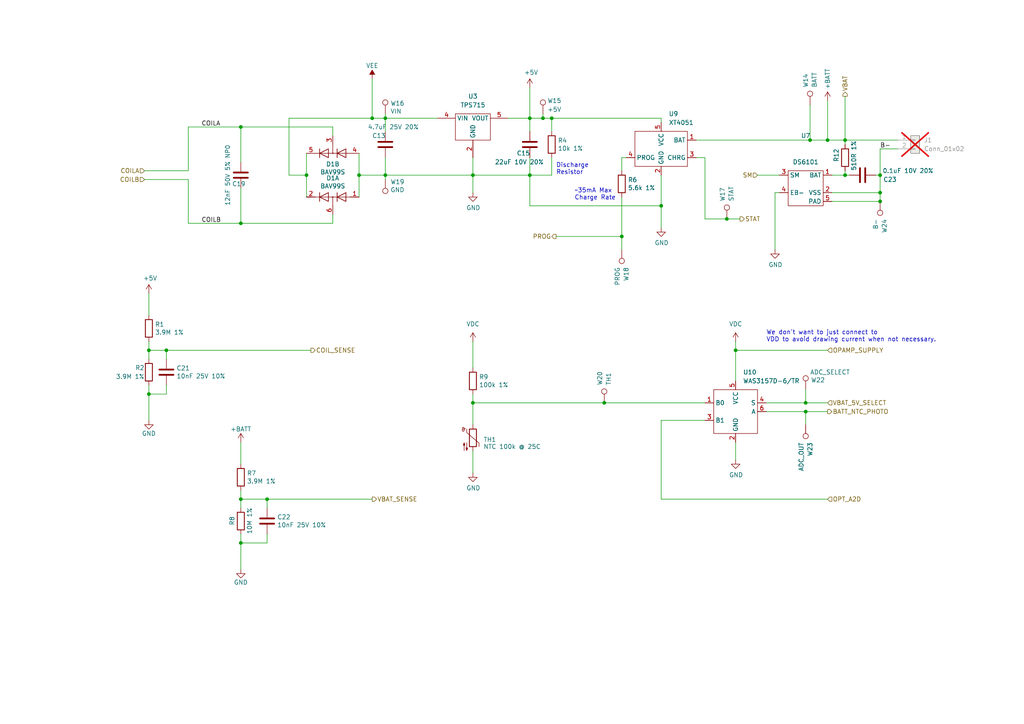
<source format=kicad_sch>
(kicad_sch (version 20250114) (generator "eeschema") (generator_version "9.0")
  (paper "A4")
  (title_block (title "Pixels D20 Schematic, Main") (date "2022-08-26") (rev "13") (company "Systemic Games, LLC") (comment 1 "Wireless Charging Circuitry"))
  (lib_symbols
    (symbol "Connector_Generic:Conn_01x02" (pin_names (offset 1.016) (hide yes))
      (property "Reference" "J" (at 0 2.54 0))
      (property "Value" "Conn_01x02" (at 0 -5.08 0))
      (symbol "Conn_01x02_1_1"
        (rectangle (start -1.27 1.27) (end 1.27 -3.81) (stroke (width 0.254)) (fill (type background)))
        (rectangle (start -1.27 0.127) (end 0 -0.127) (stroke (width 0.1524)))
        (rectangle (start -1.27 -2.413) (end 0 -2.667) (stroke (width 0.1524)))
        (pin passive line (at -5.08 0 0) (length 3.81) (name "Pin_1") (number "1"))
        (pin passive line (at -5.08 -2.54 0) (length 3.81) (name "Pin_2") (number "2"))
      )
    )
    (symbol "Device:C" (pin_numbers (hide yes)) (pin_names (offset 0.254))
      (property "Reference" "C" (at 0.635 2.54 0))
      (property "Value" "C" (at 0.635 -2.54 0))
      (symbol "C_0_1"
        (polyline (pts (xy -2.032 0.762) (xy 2.032 0.762)) (stroke (width 0.508)))
        (polyline (pts (xy -2.032 -0.762) (xy 2.032 -0.762)) (stroke (width 0.508)))
      )
      (symbol "C_1_1"
        (pin passive line (at 0 3.81 270) (length 2.794) (name "~") (number "1"))
        (pin passive line (at 0 -3.81 90) (length 2.794) (name "~") (number "2"))
      )
    )
    (symbol "Device:R" (pin_numbers (hide yes)) (pin_names (offset 0))
      (property "Reference" "R" (at 2.032 0 90))
      (property "Value" "R" (at 0 0 90))
      (symbol "R_0_1"
        (rectangle (start -1.016 -2.54) (end 1.016 2.54) (stroke (width 0.254)))
      )
      (symbol "R_1_1"
        (pin passive line (at 0 3.81 270) (length 1.27) (name "~") (number "1"))
        (pin passive line (at 0 -3.81 90) (length 1.27) (name "~") (number "2"))
      )
    )
    (symbol "Device:Thermistor_NTC" (pin_numbers (hide yes)) (pin_names (offset 0))
      (property "Reference" "TH" (at -4.445 0 90))
      (property "Value" "Thermistor_NTC" (at 3.175 0 90))
      (symbol "Thermistor_NTC_0_1"
        (arc (start -3.175 2.413) (mid -3.0506 2.3165) (end -3.048 2.159))
        (arc (start -3.048 2.794) (mid -2.9736 2.9736) (end -2.794 3.048))
        (arc (start -2.794 3.048) (mid -2.6144 2.9736) (end -2.54 2.794))
        (arc (start -2.794 2.54) (mid -2.9736 2.6144) (end -3.048 2.794))
        (arc (start -2.794 1.905) (mid -2.9736 1.9794) (end -3.048 2.159))
        (arc (start -2.54 2.159) (mid -2.6144 1.9794) (end -2.794 1.905))
        (arc (start -2.159 2.794) (mid -2.434 2.5608) (end -2.794 2.54))
        (polyline (pts (xy -2.54 2.159) (xy -2.54 2.794)))
        (polyline (pts (xy -2.54 -3.683) (xy -2.54 -1.397) (xy -2.794 -2.159) (xy -2.286 -2.159) (xy -2.54 -1.397) (xy -2.54 -1.651)) (fill (type outline)))
        (polyline (pts (xy -1.778 2.54) (xy -1.778 1.524) (xy 1.778 -1.524) (xy 1.778 -2.54)))
        (polyline (pts (xy -1.778 -1.397) (xy -1.778 -3.683) (xy -2.032 -2.921) (xy -1.524 -2.921) (xy -1.778 -3.683) (xy -1.778 -3.429)) (fill (type outline)))
        (rectangle (start -1.016 2.54) (end 1.016 -2.54) (stroke (width 0.254)))
      )
      (symbol "Thermistor_NTC_1_1"
        (pin passive line (at 0 3.81 270) (length 1.27) (name "~") (number "1"))
        (pin passive line (at 0 -3.81 90) (length 1.27) (name "~") (number "2"))
      )
    )
    (symbol "Pixels-dice:BAV99S-diode" (pin_names (offset 0.0254) (hide yes))
      (property "Reference" "D" (at 0 2.54 0))
      (property "Value" "BAV99S-diode" (at 0 5.08 0))
      (symbol "BAV99S-diode_0_1"
        (polyline (pts (xy -5.08 0) (xy 5.08 0)))
        (polyline (pts (xy -3.81 1.27) (xy -1.27 0) (xy -3.81 -1.27) (xy -3.81 1.27) (xy -3.81 1.27) (xy -3.81 1.27)) (stroke (width 0.2032)))
        (polyline (pts (xy -1.27 -1.27) (xy -1.27 1.27) (xy -1.27 1.27)) (stroke (width 0.2032)))
        (polyline (pts (xy 0 0) (xy 0 -2.54)))
        (circle (center 0 0) (radius 0.127))
        (polyline (pts (xy 1.27 1.27) (xy 3.81 0) (xy 1.27 -1.27) (xy 1.27 1.27) (xy 1.27 1.27) (xy 1.27 1.27)) (stroke (width 0.2032)))
        (polyline (pts (xy 3.81 1.27) (xy 3.81 -1.27) (xy 3.81 -1.27)) (stroke (width 0.2032)))
      )
      (symbol "BAV99S-diode_1_1"
        (polyline (pts (xy 6.35 0) (xy 7.62 0)))
        (pin passive line (at -7.62 0 0) (length 2.54) (name "A1") (number "1"))
        (pin passive line (at 0 -5.08 90) (length 2.54) (name "K3A4") (number "6"))
        (pin passive line (at 7.62 0 180) (length 2.54) (name "K2") (number "2"))
      )
      (symbol "BAV99S-diode_2_1"
        (polyline (pts (xy 6.35 0) (xy 7.62 0)))
        (pin passive line (at -7.62 0 0) (length 2.54) (name "A3") (number "4"))
        (pin passive line (at 0 -5.08 90) (length 2.54) (name "K1A2") (number "3"))
        (pin passive line (at 7.62 0 180) (length 2.54) (name "K4") (number "5"))
      )
    )
    (symbol "Pixels-dice:DS6101"
      (property "Reference" "U" (at 3.556 -6.35 0))
      (property "Value" "DS6101" (at 0 0 0))
      (symbol "DS6101_0_1"
        (rectangle (start -5.08 5.08) (end 5.08 -5.08))
      )
      (symbol "DS6101_1_1"
        (pin input line (at -7.62 3.81 0) (length 2.54) (name "SM") (number "3"))
        (pin input line (at -7.62 -1.27 0) (length 2.54) (name "EB-") (number "4"))
        (pin power_in line (at 7.62 3.81 180) (length 2.54) (name "BAT") (number "1"))
        (pin power_in line (at 7.62 -1.27 180) (length 2.54) (name "VSS") (number "2"))
        (pin free line (at 7.62 -3.81 180) (length 2.54) (name "PAD") (number "5"))
      )
    )
    (symbol "Pixels-dice:TEST_1P-conn" (pin_numbers (hide yes)) (pin_names (offset 0.762) (hide yes))
      (property "Reference" "W" (at 0 6.858 0))
      (property "Value" "TEST_1P-conn" (at 0 5.08 0))
      (symbol "TEST_1P-conn_0_1"
        (circle (center 0 3.302) (radius 0.762))
      )
      (symbol "TEST_1P-conn_1_1"
        (pin passive line (at 0 0 90) (length 2.54) (name "1") (number "1"))
      )
    )
    (symbol "Pixels-dice:TPS715"
      (property "Reference" "U" (at 3.048 -5.08 0))
      (property "Value" "TPS715" (at -0.254 5.08 0))
      (symbol "TPS715_0_1"
        (rectangle (start -5.08 3.81) (end 5.08 -3.81))
      )
      (symbol "TPS715_1_1"
        (pin power_in line (at -10.16 2.54 0) (length 5.08) (name "VIN") (number "4"))
        (pin power_in line (at 0 -8.89 90) (length 5.08) (name "GND") (number "2"))
        (pin power_out line (at 10.16 2.54 180) (length 5.08) (name "VOUT") (number "5"))
      )
    )
    (symbol "Pixels-dice:WAS3157D-6/TR"
      (property "Reference" "U" (at 3.81 -7.874 0))
      (property "Value" "WAS3157D-6/TR" (at 12.954 7.62 0))
      (symbol "WAS3157D-6/TR_0_1"
        (rectangle (start -6.35 6.35) (end 6.35 -6.35))
      )
      (symbol "WAS3157D-6/TR_1_1"
        (pin bidirectional line (at -8.89 2.54 0) (length 2.54) (name "B0") (number "1"))
        (pin bidirectional line (at -8.89 -2.54 0) (length 2.54) (name "B1") (number "3"))
        (pin power_in line (at 0 8.89 270) (length 2.54) (name "VCC") (number "5"))
        (pin power_in line (at 0 -8.89 90) (length 2.54) (name "GND") (number "2"))
        (pin input line (at 8.89 2.54 180) (length 2.54) (name "S") (number "4"))
        (pin bidirectional line (at 8.89 0 180) (length 2.54) (name "A") (number "6"))
      )
    )
    (symbol "Pixels-dice:XT4051"
      (property "Reference" "U" (at 5.334 -6.35 0))
      (property "Value" "XT4051" (at 0 1.27 0))
      (symbol "XT4051_0_1"
        (rectangle (start -7.62 5.08) (end 7.62 -5.08))
      )
      (symbol "XT4051_1_1"
        (pin input line (at -10.16 -2.54 0) (length 2.54) (name "PROG") (number "4"))
        (pin power_in line (at 0 7.62 270) (length 2.54) (name "VCC") (number "5"))
        (pin power_in line (at 0 -7.62 90) (length 2.54) (name "GND") (number "2"))
        (pin power_out line (at 10.16 2.54 180) (length 2.54) (name "BAT") (number "1"))
        (pin output line (at 10.16 -2.54 180) (length 2.54) (name "CHRG") (number "3"))
      )
    )
    (symbol "power:+5V" (power) (pin_names (offset 0))
      (property "Value" "+5V" (at 0 3.556 0))
      (symbol "+5V_0_1"
        (polyline (pts (xy -0.762 1.27) (xy 0 2.54)))
        (polyline (pts (xy 0 2.54) (xy 0.762 1.27)))
        (polyline (pts (xy 0 0) (xy 0 2.54)))
      )
      (symbol "+5V_1_1"
        (pin power_in line (at 0 0 90) (length 0) (hide yes) (name "+5V") (number "1"))
      )
    )
    (symbol "power:+BATT" (power) (pin_names (offset 0))
      (property "Value" "+BATT" (at 0 3.556 0))
      (symbol "+BATT_0_1"
        (polyline (pts (xy -0.762 1.27) (xy 0 2.54)))
        (polyline (pts (xy 0 2.54) (xy 0.762 1.27)))
        (polyline (pts (xy 0 0) (xy 0 2.54)))
      )
      (symbol "+BATT_1_1"
        (pin power_in line (at 0 0 90) (length 0) (hide yes) (name "+BATT") (number "1"))
      )
    )
    (symbol "power:GND" (power) (pin_names (offset 0))
      (property "Value" "GND" (at 0 -3.81 0))
      (symbol "GND_0_1"
        (polyline (pts (xy 0 0) (xy 0 -1.27) (xy 1.27 -1.27) (xy 0 -2.54) (xy -1.27 -1.27) (xy 0 -1.27)))
      )
      (symbol "GND_1_1"
        (pin power_in line (at 0 0 270) (length 0) (hide yes) (name "GND") (number "1"))
      )
    )
    (symbol "power:VDC" (power) (pin_numbers (hide yes)) (pin_names (offset 0) (hide yes))
      (property "Value" "VDC" (at 0 3.556 0))
      (symbol "VDC_0_1"
        (polyline (pts (xy -0.762 1.27) (xy 0 2.54)))
        (polyline (pts (xy 0 2.54) (xy 0.762 1.27)))
        (polyline (pts (xy 0 0) (xy 0 2.54)))
      )
      (symbol "VDC_1_1"
        (pin power_in line (at 0 0 90) (length 0) (name "~") (number "1"))
      )
    )
    (symbol "power:VEE" (power) (pin_names (offset 0))
      (property "Value" "VEE" (at 0 3.81 0))
      (symbol "VEE_0_1"
        (polyline (pts (xy 0 0) (xy 0 2.54)))
        (polyline (pts (xy 0.762 1.27) (xy -0.762 1.27) (xy 0 2.54) (xy 0.762 1.27)) (fill (type outline)))
      )
      (symbol "VEE_1_1"
        (pin power_in line (at 0 0 90) (length 0) (hide yes) (name "VEE") (number "1"))
      )
    )
  )
  (text "We don't want to just connect to\nVDD to avoid drawing current when not necessary." (at 222.25 99.314 0) (effects (font (size 1.27 1.27)) (justify left bottom)))
  (text "~35mA Max\nCharge Rate" (at 166.624 58.166 0) (effects (font (size 1.27 1.27)) (justify left bottom)))
  (text "Discharge\nResistor" (at 161.29 50.8 0) (effects (font (size 1.27 1.27)) (justify left bottom)))
  (junction (at 88.9 50.8))
  (junction (at 245.11 40.64))
  (junction (at 255.27 50.8))
  (junction (at 43.18 101.6))
  (junction (at 43.18 114.3))
  (junction (at 191.77 59.69))
  (junction (at 255.27 58.42))
  (junction (at 77.47 144.78))
  (junction (at 160.02 34.29))
  (junction (at 153.67 50.8))
  (junction (at 240.03 40.64))
  (junction (at 137.16 50.8))
  (junction (at 111.76 50.8))
  (junction (at 69.85 36.83))
  (junction (at 137.16 116.84))
  (junction (at 175.26 116.84))
  (junction (at 111.76 34.29))
  (junction (at 255.27 55.88))
  (junction (at 233.68 119.38))
  (junction (at 233.68 116.84))
  (junction (at 69.85 157.48))
  (junction (at 48.26 101.6))
  (junction (at 234.95 40.64))
  (junction (at 153.67 34.29))
  (junction (at 69.85 64.77))
  (junction (at 213.36 101.6))
  (junction (at 157.48 34.29))
  (junction (at 245.11 50.8))
  (junction (at 69.85 144.78))
  (junction (at 104.14 50.8))
  (junction (at 210.82 63.5))
  (junction (at 107.95 34.29))
  (junction (at 180.34 68.58))
  (wire (pts (xy 245.11 40.64) (xy 245.11 41.91)))
  (wire (pts (xy 160.02 45.72) (xy 160.02 50.8)))
  (wire (pts (xy 180.34 57.15) (xy 180.34 68.58)))
  (wire (pts (xy 153.67 59.69) (xy 191.77 59.69)))
  (wire (pts (xy 245.11 50.8) (xy 241.3 50.8)))
  (wire (pts (xy 213.36 101.6) (xy 213.36 110.49)))
  (wire (pts (xy 233.68 119.38) (xy 240.03 119.38)))
  (wire (pts (xy 69.85 64.77) (xy 54.61 64.77)))
  (wire (pts (xy 234.95 40.64) (xy 240.03 40.64)))
  (wire (pts (xy 77.47 157.48) (xy 69.85 157.48)))
  (wire (pts (xy 43.18 111.76) (xy 43.18 114.3)))
  (wire (pts (xy 191.77 144.78) (xy 240.03 144.78)))
  (wire (pts (xy 153.67 50.8) (xy 153.67 59.69)))
  (wire (pts (xy 222.25 116.84) (xy 233.68 116.84)))
  (wire (pts (xy 255.27 43.18) (xy 260.35 43.18)))
  (wire (pts (xy 111.76 34.29) (xy 127 34.29)))
  (wire (pts (xy 147.32 34.29) (xy 153.67 34.29)))
  (wire (pts (xy 157.48 33.02) (xy 157.48 34.29)))
  (wire (pts (xy 204.47 63.5) (xy 210.82 63.5)))
  (wire (pts (xy 43.18 91.44) (xy 43.18 85.09)))
  (wire (pts (xy 69.85 36.83) (xy 54.61 36.83)))
  (wire (pts (xy 160.02 34.29) (xy 160.02 38.1)))
  (wire (pts (xy 245.11 27.94) (xy 245.11 40.64)))
  (wire (pts (xy 153.67 25.4) (xy 153.67 34.29)))
  (wire (pts (xy 245.11 40.64) (xy 240.03 40.64)))
  (wire (pts (xy 54.61 64.77) (xy 54.61 52.07)))
  (wire (pts (xy 88.9 44.45) (xy 88.9 50.8)))
  (wire (pts (xy 153.67 50.8) (xy 153.67 45.72)))
  (wire (pts (xy 254 50.8) (xy 255.27 50.8)))
  (wire (pts (xy 160.02 34.29) (xy 191.77 34.29)))
  (wire (pts (xy 234.95 30.48) (xy 234.95 40.64)))
  (wire (pts (xy 204.47 45.72) (xy 204.47 63.5)))
  (wire (pts (xy 43.18 99.06) (xy 43.18 101.6)))
  (wire (pts (xy 54.61 49.53) (xy 41.91 49.53)))
  (wire (pts (xy 43.18 114.3) (xy 43.18 121.92)))
  (wire (pts (xy 43.18 104.14) (xy 43.18 101.6)))
  (wire (pts (xy 137.16 99.06) (xy 137.16 106.68)))
  (wire (pts (xy 54.61 36.83) (xy 54.61 49.53)))
  (wire (pts (xy 88.9 50.8) (xy 88.9 57.15)))
  (wire (pts (xy 157.48 34.29) (xy 160.02 34.29)))
  (wire (pts (xy 104.14 44.45) (xy 104.14 50.8)))
  (wire (pts (xy 137.16 50.8) (xy 153.67 50.8)))
  (wire (pts (xy 255.27 55.88) (xy 241.3 55.88)))
  (wire (pts (xy 104.14 50.8) (xy 104.14 57.15)))
  (wire (pts (xy 111.76 33.02) (xy 111.76 34.29)))
  (wire (pts (xy 77.47 144.78) (xy 69.85 144.78)))
  (wire (pts (xy 240.03 101.6) (xy 213.36 101.6)))
  (wire (pts (xy 77.47 154.94) (xy 77.47 157.48)))
  (wire (pts (xy 48.26 111.76) (xy 48.26 114.3)))
  (wire (pts (xy 137.16 116.84) (xy 175.26 116.84)))
  (wire (pts (xy 222.25 119.38) (xy 233.68 119.38)))
  (wire (pts (xy 233.68 119.38) (xy 233.68 123.19)))
  (wire (pts (xy 43.18 101.6) (xy 48.26 101.6)))
  (wire (pts (xy 137.16 114.3) (xy 137.16 116.84)))
  (wire (pts (xy 245.11 50.8) (xy 246.38 50.8)))
  (wire (pts (xy 96.52 62.23) (xy 96.52 64.77)))
  (wire (pts (xy 111.76 34.29) (xy 111.76 38.1)))
  (wire (pts (xy 137.16 50.8) (xy 137.16 55.88)))
  (wire (pts (xy 204.47 45.72) (xy 201.93 45.72)))
  (wire (pts (xy 233.68 116.84) (xy 240.03 116.84)))
  (wire (pts (xy 137.16 130.81) (xy 137.16 137.16)))
  (wire (pts (xy 213.36 99.06) (xy 213.36 101.6)))
  (wire (pts (xy 69.85 144.78) (xy 69.85 147.32)))
  (wire (pts (xy 69.85 128.27) (xy 69.85 134.62)))
  (wire (pts (xy 69.85 154.94) (xy 69.85 157.48)))
  (wire (pts (xy 77.47 144.78) (xy 107.95 144.78)))
  (wire (pts (xy 175.26 116.84) (xy 204.47 116.84)))
  (wire (pts (xy 240.03 29.21) (xy 240.03 40.64)))
  (wire (pts (xy 48.26 101.6) (xy 90.17 101.6)))
  (wire (pts (xy 69.85 54.61) (xy 69.85 64.77)))
  (wire (pts (xy 111.76 50.8) (xy 104.14 50.8)))
  (wire (pts (xy 241.3 58.42) (xy 255.27 58.42)))
  (wire (pts (xy 191.77 35.56) (xy 191.77 34.29)))
  (wire (pts (xy 48.26 104.14) (xy 48.26 101.6)))
  (wire (pts (xy 191.77 50.8) (xy 191.77 59.69)))
  (wire (pts (xy 161.29 68.58) (xy 180.34 68.58)))
  (wire (pts (xy 213.36 128.27) (xy 213.36 133.35)))
  (wire (pts (xy 233.68 113.03) (xy 233.68 116.84)))
  (wire (pts (xy 224.79 55.88) (xy 224.79 72.39)))
  (wire (pts (xy 210.82 63.5) (xy 214.63 63.5)))
  (wire (pts (xy 153.67 34.29) (xy 153.67 38.1)))
  (wire (pts (xy 83.82 34.29) (xy 107.95 34.29)))
  (wire (pts (xy 137.16 45.72) (xy 137.16 50.8)))
  (wire (pts (xy 54.61 52.07) (xy 41.91 52.07)))
  (wire (pts (xy 69.85 36.83) (xy 96.52 36.83)))
  (wire (pts (xy 88.9 50.8) (xy 83.82 50.8)))
  (wire (pts (xy 77.47 144.78) (xy 77.47 147.32)))
  (wire (pts (xy 48.26 114.3) (xy 43.18 114.3)))
  (wire (pts (xy 219.71 50.8) (xy 226.06 50.8)))
  (wire (pts (xy 181.61 45.72) (xy 180.34 45.72)))
  (wire (pts (xy 111.76 52.07) (xy 111.76 50.8)))
  (wire (pts (xy 160.02 50.8) (xy 153.67 50.8)))
  (wire (pts (xy 69.85 142.24) (xy 69.85 144.78)))
  (wire (pts (xy 255.27 58.42) (xy 255.27 55.88)))
  (wire (pts (xy 153.67 34.29) (xy 157.48 34.29)))
  (wire (pts (xy 245.11 40.64) (xy 260.35 40.64)))
  (wire (pts (xy 191.77 144.78) (xy 191.77 121.92)))
  (wire (pts (xy 201.93 40.64) (xy 234.95 40.64)))
  (wire (pts (xy 83.82 50.8) (xy 83.82 34.29)))
  (wire (pts (xy 69.85 157.48) (xy 69.85 165.1)))
  (wire (pts (xy 107.95 22.86) (xy 107.95 34.29)))
  (wire (pts (xy 111.76 45.72) (xy 111.76 50.8)))
  (wire (pts (xy 191.77 121.92) (xy 204.47 121.92)))
  (wire (pts (xy 111.76 50.8) (xy 137.16 50.8)))
  (wire (pts (xy 96.52 39.37) (xy 96.52 36.83)))
  (wire (pts (xy 180.34 45.72) (xy 180.34 49.53)))
  (wire (pts (xy 180.34 68.58) (xy 180.34 72.39)))
  (wire (pts (xy 69.85 46.99) (xy 69.85 36.83)))
  (wire (pts (xy 191.77 59.69) (xy 191.77 66.04)))
  (wire (pts (xy 224.79 55.88) (xy 226.06 55.88)))
  (wire (pts (xy 245.11 49.53) (xy 245.11 50.8)))
  (wire (pts (xy 255.27 50.8) (xy 255.27 55.88)))
  (wire (pts (xy 255.27 43.18) (xy 255.27 50.8)))
  (wire (pts (xy 107.95 34.29) (xy 111.76 34.29)))
  (wire (pts (xy 137.16 116.84) (xy 137.16 123.19)))
  (wire (pts (xy 69.85 64.77) (xy 96.52 64.77)))
  (label "COILB" (at 58.42 64.77 0))
  (label "COILA" (at 58.42 36.83 0))
  (label "B-" (at 255.27 43.18 0))
  (hierarchical_label "PROG" (shape output) (at 161.29 68.58 180))
  (hierarchical_label "COILA" (shape input) (at 41.91 49.53 180))
  (hierarchical_label "VBAT_5V_SELECT" (shape input) (at 240.03 116.84 0))
  (hierarchical_label "VBAT" (shape output) (at 245.11 27.94 90))
  (hierarchical_label "OPT_A2D" (shape input) (at 240.03 144.78 0))
  (hierarchical_label "SM" (shape input) (at 219.71 50.8 180))
  (hierarchical_label "VBAT_SENSE" (shape output) (at 107.95 144.78 0))
  (hierarchical_label "COIL_SENSE" (shape output) (at 90.17 101.6 0))
  (hierarchical_label "STAT" (shape output) (at 214.63 63.5 0))
  (hierarchical_label "COILB" (shape input) (at 41.91 52.07 180))
  (hierarchical_label "BATT_NTC_PHOTO" (shape output) (at 240.03 119.38 0))
  (hierarchical_label "OPAMP_SUPPLY" (shape input) (at 240.03 101.6 0))
  (symbol (lib_id "power:GND") (at 224.79 72.39 0) (unit 1)
    (property "Reference" "#PWR052" (effects (hide yes)))
    (property "Value" "GND" (at 224.917 76.7842 0))
  )
  (symbol (lib_id "Pixels-dice:TPS715") (at 137.16 36.83 0) (unit 1)
    (property "Reference" "U3" (at 137.16 27.94 0))
    (property "Value" "TPS715" (at 137.16 30.48 0))
    (property "Footprint" "Package_TO_SOT_SMD:SOT-353_SC-70-5" (effects (hide yes)))
    (property "LCSC Part Number" "C7202975" (effects (hide yes)))
    (property "Manufacturer" "TECH PUBLIC" (effects (hide yes)))
    (property "Part Number" "TPS71550DCKR-TP" (effects (hide yes)))
    (property "Alternate Manufacturer" "Texas Instruments" (effects (hide yes)))
    (property "Alternate PN" "TPS71550DCKR" (effects (hide yes)))
    (property "JLCPCB Part Number" "C571193" (effects (hide yes)))
  )
  (symbol (lib_id "Pixels-dice:TEST_1P-conn") (at 233.68 123.19 180) (unit 1) (in_bom no)
    (property "Reference" "W23" (at 234.95 128.27 90) (effects (justify left)))
    (property "Value" "ADC_OUT" (at 232.41 128.27 90) (effects (justify left)))
    (property "Footprint" "Pixels-dice:TEST_PIN" (effects (hide yes)))
    (property "Generic OK" "N/A" (effects (hide yes)))
  )
  (symbol (lib_id "Device:C") (at 111.76 41.91 0) (unit 1)
    (property "Reference" "C13" (at 107.95 39.37 0) (effects (justify left)))
    (property "Value" "4.7uF 25V 20%" (at 106.68 36.83 0) (effects (justify left)))
    (property "Footprint" "Capacitor_SMD:C_0402_1005Metric" (effects (hide yes)))
    (property "Generic OK" "YES" (effects (hide yes)))
    (property "Manufacturer" "HRE" (effects (hide yes)))
    (property "LCSC Part Number" "C6119795" (effects (hide yes)))
    (property "Part Number" "CGA0402X5R475M250GT" (effects (hide yes)))
  )
  (symbol (lib_id "Device:R") (at 137.16 110.49 0) (unit 1)
    (property "Reference" "R9" (at 138.938 109.3216 0) (effects (justify left)))
    (property "Value" "100k 1%" (at 138.938 111.633 0) (effects (justify left)))
    (property "Footprint" "Resistor_SMD:R_0201_0603Metric" (effects (hide yes)))
    (property "Generic OK" "YES" (effects (hide yes)))
    (property "Manufacturer" "UNI-ROYAL(Uniroyal Elec)" (effects (hide yes)))
    (property "LCSC Part Number" "C270364" (effects (hide yes)))
    (property "Part Number" "0201WMF1003TEE" (effects (hide yes)))
  )
  (symbol (lib_id "Pixels-dice:TEST_1P-conn") (at 111.76 33.02 0) (unit 1) (in_bom no)
    (property "Reference" "W16" (at 113.2332 29.972 0) (effects (justify left)))
    (property "Value" "VIN" (at 113.2332 32.2834 0) (effects (justify left)))
    (property "Footprint" "Pixels-dice:TEST_PIN" (effects (hide yes)))
    (property "Generic OK" "N/A" (effects (hide yes)))
  )
  (symbol (lib_id "Device:R") (at 160.02 41.91 0) (unit 1)
    (property "Reference" "R4" (at 161.798 40.7416 0) (effects (justify left)))
    (property "Value" "10k 1%" (at 161.798 43.053 0) (effects (justify left)))
    (property "Footprint" "Resistor_SMD:R_0201_0603Metric" (effects (hide yes)))
    (property "Generic OK" "YES" (effects (hide yes)))
    (property "Manufacturer" "UNI-ROYAL(Uniroyal Elec)" (effects (hide yes)))
    (property "LCSC Part Number" "C473048" (effects (hide yes)))
    (property "Part Number" "0201WMF1002TEE" (effects (hide yes)))
  )
  (symbol (lib_id "Device:Thermistor_NTC") (at 137.16 127 0) (unit 1)
    (property "Reference" "TH1" (at 140.208 127.508 0) (effects (justify left)))
    (property "Value" "NTC 100k @ 25C" (at 140.208 129.54 0) (effects (justify left)))
    (property "Footprint" "Pixels-dice:R_0402_1005Metric" (effects (hide yes)))
    (property "Generic OK" "NO" (effects (hide yes)))
    (property "Manufacturer" "TDK" (effects (hide yes)))
    (property "LCSC Part Number" "C107344" (effects (hide yes)))
    (property "Part Number" "NTCG104EF104FT1X" (effects (hide yes)))
  )
  (symbol (lib_id "power:VEE") (at 107.95 22.86 0) (unit 1)
    (property "Reference" "#PWR032" (effects (hide yes)))
    (property "Value" "VEE" (at 107.95 19.05 0))
  )
  (symbol (lib_id "power:+5V") (at 43.18 85.09 0) (unit 1)
    (property "Reference" "#PWR057" (effects (hide yes)))
    (property "Value" "+5V" (at 43.561 80.6958 0))
  )
  (symbol (lib_id "Device:C") (at 69.85 50.8 0) (unit 1)
    (property "Reference" "C19" (at 67.31 53.34 0) (effects (justify left)))
    (property "Value" "12nF 50V 5% NP0" (at 66.04 59.69 90) (effects (justify left)))
    (property "Footprint" "Capacitor_SMD:C_0805_2012Metric" (effects (hide yes)))
    (property "Generic OK" "NO" (effects (hide yes)))
    (property "Manufacturer" "Murata" (effects (hide yes)))
    (property "LCSC Part Number" "C97906" (effects (hide yes)))
    (property "Part Number" "GRM2195C1H123JA01D" (effects (hide yes)))
  )
  (symbol (lib_id "Device:C") (at 250.19 50.8 90) (unit 1)
    (property "Reference" "C23" (at 260.096 52.07 90) (effects (justify left)))
    (property "Value" "0.1uF 10V 20%" (at 270.764 49.53 90) (effects (justify left)))
    (property "Footprint" "Capacitor_SMD:C_0201_0603Metric" (effects (hide yes)))
    (property "Generic OK" "YES" (effects (hide yes)))
    (property "Manufacturer" "HRE" (effects (hide yes)))
    (property "LCSC Part Number" "C6119757" (effects (hide yes)))
    (property "Part Number" "CGA0201X5R104K100ET" (effects (hide yes)))
  )
  (symbol (lib_id "Device:R") (at 180.34 53.34 0) (unit 1)
    (property "Reference" "R6" (at 182.118 52.1716 0) (effects (justify left)))
    (property "Value" "5.6k 1%" (at 182.118 54.483 0) (effects (justify left)))
    (property "Footprint" "Resistor_SMD:R_0201_0603Metric" (effects (hide yes)))
    (property "Generic OK" "YES" (effects (hide yes)))
    (property "Manufacturer" "UNI-ROYAL(Uniroyal Elec)" (effects (hide yes)))
    (property "LCSC Part Number" "C965305" (effects (hide yes)))
    (property "Part Number" "NQ01WMJ0562TEE" (effects (hide yes)))
  )
  (symbol (lib_id "Pixels-dice:TEST_1P-conn") (at 255.27 58.42 180) (unit 1) (in_bom no)
    (property "Reference" "W24" (at 256.54 63.5 90) (effects (justify left)))
    (property "Value" "B-" (at 254 63.5 90) (effects (justify left)))
    (property "Footprint" "Pixels-dice:TEST_PIN" (effects (hide yes)))
    (property "Generic OK" "N/A" (effects (hide yes)))
  )
  (symbol (lib_id "Device:R") (at 69.85 138.43 0) (unit 1)
    (property "Reference" "R7" (at 71.628 137.2616 0) (effects (justify left)))
    (property "Value" "3.9M 1%" (at 71.628 139.573 0) (effects (justify left)))
    (property "Footprint" "Resistor_SMD:R_0201_0603Metric" (effects (hide yes)))
    (property "Generic OK" "YES" (effects (hide yes)))
    (property "Manufacturer" "UNI-ROYAL(Uniroyal Elec)" (effects (hide yes)))
    (property "LCSC Part Number" "C423545" (effects (hide yes)))
    (property "Part Number" "0201WMF3904TEE" (effects (hide yes)))
    (property "Alternate Manufacturer" "RALEC" (effects (hide yes)))
    (property "Alternate PN" "RTT013904FTH" (effects (hide yes)))
    (property "JLCPCB Part Number" "C166210" (effects (hide yes)))
  )
  (symbol (lib_id "power:+BATT") (at 69.85 128.27 0) (unit 1)
    (property "Reference" "#PWR058" (effects (hide yes)))
    (property "Value" "+BATT" (at 69.85 124.46 0))
  )
  (symbol (lib_id "Device:R") (at 69.85 151.13 0) (unit 1)
    (property "Reference" "R8" (at 67.31 152.4 90) (effects (justify left)))
    (property "Value" "10M 1%" (at 72.39 154.94 90) (effects (justify left)))
    (property "Footprint" "Resistor_SMD:R_0201_0603Metric" (effects (hide yes)))
    (property "Generic OK" "YES" (effects (hide yes)))
    (property "Manufacturer" "UNI-ROYAL(Uniroyal Elec)" (effects (hide yes)))
    (property "LCSC Part Number" "C423797" (effects (hide yes)))
    (property "Part Number" "0201WMF1005TEE" (effects (hide yes)))
  )
  (symbol (lib_id "power:VDC") (at 213.36 99.06 0) (unit 1)
    (property "Reference" "#PWR013" (effects (hide yes)))
    (property "Value" "VDC" (at 213.36 93.98 0))
    (property "Description" "Power symbol creates a global label with name \"VDC\"" (effects (hide yes)))
  )
  (symbol (lib_id "Device:R") (at 43.18 95.25 0) (unit 1)
    (property "Reference" "R1" (at 44.958 94.0816 0) (effects (justify left)))
    (property "Value" "3.9M 1%" (at 44.958 96.393 0) (effects (justify left)))
    (property "Footprint" "Resistor_SMD:R_0201_0603Metric" (effects (hide yes)))
    (property "Generic OK" "YES" (effects (hide yes)))
    (property "Manufacturer" "UNI-ROYAL(Uniroyal Elec)" (effects (hide yes)))
    (property "LCSC Part Number" "C423545" (effects (hide yes)))
    (property "Part Number" "0201WMF3904TEE" (effects (hide yes)))
    (property "Alternate Manufacturer" "RALEC" (effects (hide yes)))
    (property "Alternate PN" "RTT013904FTH" (effects (hide yes)))
    (property "JLCPCB Part Number" "C166210" (effects (hide yes)))
  )
  (symbol (lib_id "Device:R") (at 43.18 107.95 180) (unit 1)
    (property "Reference" "R2" (at 41.91 106.68 0) (effects (justify left)))
    (property "Value" "3.9M 1%" (at 41.91 109.22 0) (effects (justify left)))
    (property "Footprint" "Resistor_SMD:R_0201_0603Metric" (effects (hide yes)))
    (property "Generic OK" "YES" (effects (hide yes)))
    (property "Manufacturer" "UNI-ROYAL(Uniroyal Elec)" (effects (hide yes)))
    (property "LCSC Part Number" "C423545" (effects (hide yes)))
    (property "Part Number" "0201WMF3904TEE" (effects (hide yes)))
    (property "Alternate Manufacturer" "RALEC" (effects (hide yes)))
    (property "Alternate PN" "RTT013904FTH" (effects (hide yes)))
    (property "JLCPCB Part Number" "C166210" (effects (hide yes)))
  )
  (symbol (lib_id "power:GND") (at 69.85 165.1 0) (unit 1)
    (property "Reference" "#PWR060" (effects (hide yes)))
    (property "Value" "GND" (at 69.85 168.91 0))
  )
  (symbol (lib_id "power:+5V") (at 153.67 25.4 0) (unit 1)
    (property "Reference" "#PWR040" (effects (hide yes)))
    (property "Value" "+5V" (at 154.051 21.0058 0))
  )
  (symbol (lib_id "Device:C") (at 77.47 151.13 0) (unit 1)
    (property "Reference" "C22" (at 80.391 149.9616 0) (effects (justify left)))
    (property "Value" "10nF 25V 10%" (at 80.391 152.273 0) (effects (justify left)))
    (property "Footprint" "Capacitor_SMD:C_0201_0603Metric" (effects (hide yes)))
    (property "Generic OK" "YES" (effects (hide yes)))
    (property "Manufacturer" "HRE" (effects (hide yes)))
    (property "LCSC Part Number" "C7503521" (effects (hide yes)))
    (property "Part Number" "CGA0201X5R103K250ET" (effects (hide yes)))
    (property "Alternate Manufacturer" "Murata Electronics" (effects (hide yes)))
    (property "Alternate PN" "GRM033R71A103KA01D" (effects (hide yes)))
    (property "JLCPCB Part Number" "C76941" (effects (hide yes)))
  )
  (symbol (lib_id "Pixels-dice:TEST_1P-conn") (at 210.82 63.5 0) (unit 1) (in_bom no)
    (property "Reference" "W17" (at 209.55 58.42 90) (effects (justify left)))
    (property "Value" "STAT" (at 212.09 58.42 90) (effects (justify left)))
    (property "Footprint" "Pixels-dice:TEST_PIN" (effects (hide yes)))
    (property "Generic OK" "N/A" (effects (hide yes)))
  )
  (symbol (lib_id "Pixels-dice:TEST_1P-conn") (at 233.68 113.03 0) (unit 1) (in_bom no)
    (property "Reference" "W22" (at 235.204 110.236 0) (effects (justify left)))
    (property "Value" "ADC_SELECT" (at 234.95 107.95 0) (effects (justify left)))
    (property "Footprint" "Pixels-dice:TEST_PIN" (effects (hide yes)))
    (property "Generic OK" "N/A" (effects (hide yes)))
  )
  (symbol (lib_id "Device:R") (at 245.11 45.72 0) (unit 1)
    (property "Reference" "R12" (at 242.57 46.99 90) (effects (justify left)))
    (property "Value" "510R 1%" (at 247.65 49.53 90) (effects (justify left)))
    (property "Footprint" "Resistor_SMD:R_0201_0603Metric" (effects (hide yes)))
    (property "Generic OK" "YES" (effects (hide yes)))
    (property "Manufacturer" "UNI-ROYAL(Uniroyal Elec)" (effects (hide yes)))
    (property "LCSC Part Number" "C965307" (effects (hide yes)))
    (property "Part Number" "NQ01WMJ0511TEE" (effects (hide yes)))
  )
  (symbol (lib_id "power:GND") (at 191.77 66.04 0) (unit 1)
    (property "Reference" "#PWR051" (effects (hide yes)))
    (property "Value" "GND" (at 191.897 70.4342 0))
  )
  (symbol (lib_id "power:GND") (at 137.16 55.88 0) (unit 1)
    (property "Reference" "#PWR050" (effects (hide yes)))
    (property "Value" "GND" (at 137.287 60.2742 0))
  )
  (symbol (lib_id "power:+BATT") (at 240.03 29.21 0) (unit 1)
    (property "Reference" "#PWR041" (effects (hide yes)))
    (property "Value" "+BATT" (at 240.03 22.86 90))
  )
  (symbol (lib_id "Pixels-dice:WAS3157D-6/TR") (at 213.36 119.38 0) (unit 1)
    (property "Reference" "U10" (at 215.5033 107.95 0) (effects (justify left)))
    (property "Value" "WAS3157D-6/TR" (at 215.5033 110.49 0) (effects (justify left)))
    (property "Footprint" "Pixels-dice:DFN1109-6" (effects (hide yes)))
    (property "LCSC Part Number" "C2939860" (effects (hide yes)))
    (property "Manufacturer" "WILLSEMI(Will Semicon)" (effects (hide yes)))
    (property "Part Number" "WAS3157D-6/TR" (effects (hide yes)))
  )
  (symbol (lib_id "Pixels-dice:TEST_1P-conn") (at 180.34 72.39 180) (unit 1) (in_bom no)
    (property "Reference" "W18" (at 181.61 77.47 90) (effects (justify left)))
    (property "Value" "PROG" (at 179.07 77.47 90) (effects (justify left)))
    (property "Footprint" "Pixels-dice:TEST_PIN" (effects (hide yes)))
    (property "Generic OK" "N/A" (effects (hide yes)))
  )
  (symbol (lib_id "Pixels-dice:XT4051") (at 191.77 43.18 0) (unit 1)
    (property "Reference" "U9" (at 193.9641 33.02 0) (effects (justify left)))
    (property "Value" "XT4051" (at 193.9641 35.56 0) (effects (justify left)))
    (property "Footprint" "Package_TO_SOT_SMD:SOT-553" (effects (hide yes)))
    (property "LCSC Part Number" "C219186" (effects (hide yes)))
    (property "Manufacturer" "NATLINEAR" (effects (hide yes)))
    (property "Part Number" "XT4051K421KR-G" (effects (hide yes)))
  )
  (symbol (lib_id "Device:C") (at 153.67 41.91 0) (unit 1)
    (property "Reference" "C15" (at 149.86 44.45 0) (effects (justify left)))
    (property "Value" "22uF 10V 20%" (at 143.51 46.99 0) (effects (justify left)))
    (property "Footprint" "Capacitor_SMD:C_0603_1608Metric" (effects (hide yes)))
    (property "Generic OK" "YES" (effects (hide yes)))
    (property "Manufacturer" "HRE" (effects (hide yes)))
    (property "LCSC Part Number" "C6119863" (effects (hide yes)))
    (property "Part Number" "CGA0603X5R226M100JT" (effects (hide yes)))
  )
  (symbol (lib_id "power:VDC") (at 137.16 99.06 0) (unit 1)
    (property "Reference" "#PWR039" (effects (hide yes)))
    (property "Value" "VDC" (at 137.16 93.98 0))
    (property "Description" "Power symbol creates a global label with name \"VDC\"" (effects (hide yes)))
  )
  (symbol (lib_id "Pixels-dice:TEST_1P-conn") (at 111.76 52.07 180) (unit 1) (in_bom no)
    (property "Reference" "W19" (at 113.2332 52.7558 0) (effects (justify right)))
    (property "Value" "GND" (at 113.2332 55.0672 0) (effects (justify right)))
    (property "Footprint" "Pixels-dice:TEST_PIN" (effects (hide yes)))
    (property "Generic OK" "N/A" (effects (hide yes)))
  )
  (symbol (lib_id "Pixels-dice:TEST_1P-conn") (at 234.95 30.48 0) (unit 1) (in_bom no)
    (property "Reference" "W14" (at 233.68 25.4 90) (effects (justify left)))
    (property "Value" "BATT" (at 236.22 25.4 90) (effects (justify left)))
    (property "Footprint" "Pixels-dice:TEST_PIN" (effects (hide yes)))
    (property "Generic OK" "N/A" (effects (hide yes)))
  )
  (symbol (lib_id "Connector_Generic:Conn_01x02") (at 265.43 40.64 0) (unit 1) (dnp yes)
    (property "Reference" "J1" (at 267.97 40.6399 0) (effects (justify left)))
    (property "Value" "Conn_01x02" (at 267.97 43.1799 0) (effects (justify left)))
    (property "Footprint" "Pixels-dice:Batt_409090_Tabs" (effects (hide yes)))
    (property "Description" "Generic connector, single row, 01x02, script generated (kicad-library-utils/schlib/autogen/connector/)" (effects (hide yes)))
  )
  (symbol (lib_id "Pixels-dice:TEST_1P-conn") (at 157.48 33.02 0) (unit 1) (in_bom no)
    (property "Reference" "W15" (at 158.75 29.21 0) (effects (justify left)))
    (property "Value" "+5V" (at 158.75 31.75 0) (effects (justify left)))
    (property "Footprint" "Pixels-dice:TEST_PIN" (effects (hide yes)))
    (property "Generic OK" "N/A" (effects (hide yes)))
  )
  (symbol (lib_id "Pixels-dice:TEST_1P-conn") (at 175.26 116.84 0) (unit 1) (in_bom no)
    (property "Reference" "W20" (at 173.99 111.76 90) (effects (justify left)))
    (property "Value" "TH1" (at 176.53 111.76 90) (effects (justify left)))
    (property "Footprint" "Pixels-dice:TEST_PIN" (effects (hide yes)))
    (property "Generic OK" "N/A" (effects (hide yes)))
  )
  (symbol (lib_id "Pixels-dice:DS6101") (at 233.68 54.61 0) (unit 1)
    (property "Reference" "U7" (at 233.68 39.37 0))
    (property "Value" "DS6101" (at 233.68 46.99 0))
    (property "Footprint" "Package_DFN_QFN:UDFN-4-1EP_1x1mm_P0.65mm_EP0.48x0.48mm" (effects (hide yes)))
    (property "LCSC Part Number" "C7499469" (effects (hide yes)))
    (property "Manufacturer" "DSTECH" (effects (hide yes)))
    (property "Part Number" " DS6101AED4" (effects (hide yes)))
  )
  (symbol (lib_id "power:GND") (at 137.16 137.16 0) (unit 1)
    (property "Reference" "#PWR022" (effects (hide yes)))
    (property "Value" "GND" (at 137.287 141.5542 0))
  )
  (symbol (lib_id "Pixels-dice:BAV99S-diode") (at 96.52 44.45 180) (unit 2)
    (property "Reference" "D1" (at 96.52 47.5996 0))
    (property "Value" "BAV99S" (at 96.52 49.911 0))
    (property "Footprint" "Pixels-dice:SOT-363_SC-70-6" (effects (hide yes)))
    (property "Datasheet" "https://assets.nexperia.com/documents/data-sheet/BAV99_SER.pdf" (effects (hide yes)))
    (property "Generic OK" "YES" (effects (hide yes)))
    (property "Manufacturer" "Nexperia" (effects (hide yes)))
    (property "LCSC Part Number" "C96225" (effects (hide yes)))
    (property "Part Number" "BAV99S,115" (effects (hide yes)))
  )
  (symbol (lib_id "power:GND") (at 43.18 121.92 0) (unit 1)
    (property "Reference" "#PWR059" (effects (hide yes)))
    (property "Value" "GND" (at 43.18 125.73 0))
  )
  (symbol (lib_id "Pixels-dice:BAV99S-diode") (at 96.52 57.15 0) (mirror y) (unit 1)
    (property "Reference" "D1" (at 96.52 51.6636 0))
    (property "Value" "BAV99S" (at 96.52 53.975 0))
    (property "Footprint" "Pixels-dice:SOT-363_SC-70-6" (effects (hide yes)))
    (property "Datasheet" "https://assets.nexperia.com/documents/data-sheet/BAV99_SER.pdf" (effects (hide yes)))
    (property "Generic OK" "YES" (effects (hide yes)))
    (property "Manufacturer" "Nexperia" (effects (hide yes)))
    (property "LCSC Part Number" "C96225" (effects (hide yes)))
    (property "Part Number" "BAV99S,115" (effects (hide yes)))
  )
  (symbol (lib_id "power:GND") (at 213.36 133.35 0) (unit 1)
    (property "Reference" "#PWR054" (effects (hide yes)))
    (property "Value" "GND" (at 213.487 137.7442 0))
  )
  (symbol (lib_id "Device:C") (at 48.26 107.95 0) (unit 1)
    (property "Reference" "C21" (at 51.181 106.7816 0) (effects (justify left)))
    (property "Value" "10nF 25V 10%" (at 51.181 109.093 0) (effects (justify left)))
    (property "Footprint" "Capacitor_SMD:C_0201_0603Metric" (effects (hide yes)))
    (property "Generic OK" "YES" (effects (hide yes)))
    (property "Manufacturer" "HRE" (effects (hide yes)))
    (property "LCSC Part Number" "C7503521" (effects (hide yes)))
    (property "Part Number" "CGA0201X5R103K250ET" (effects (hide yes)))
    (property "Alternate Manufacturer" "Murata Electronics" (effects (hide yes)))
    (property "Alternate PN" "GRM033R71A103KA01D" (effects (hide yes)))
    (property "JLCPCB Part Number" "C76941" (effects (hide yes)))
  )
)
</source>
